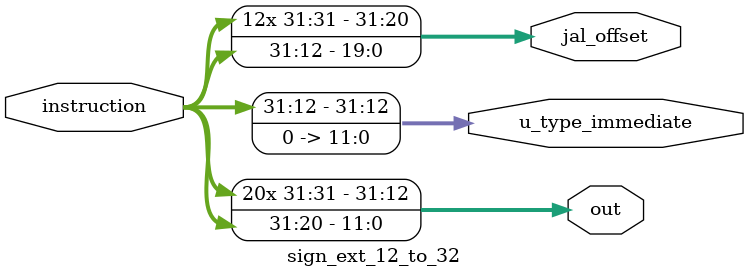
<source format=v>
/**
12 to 32 bit sign extender
**/

module sign_ext_12_to_32(
    input [31:0] instruction,
    output [31:0] out, u_type_immediate, jal_offset
    );
    
    assign jal_offset = {{12{instruction[31]}}, instruction[31:12]};
    assign out = {{20{instruction[31]}}, instruction[31:20]};
    assign u_type_immediate = {instruction[31:12], 12'b0};
    
endmodule

</source>
